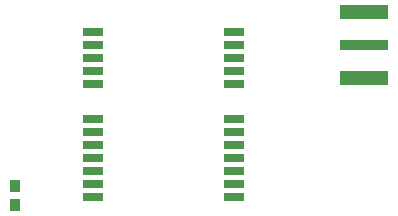
<source format=gbr>
G04 EAGLE Gerber RS-274X export*
G75*
%MOMM*%
%FSLAX34Y34*%
%LPD*%
%INSolderpaste Top*%
%IPPOS*%
%AMOC8*
5,1,8,0,0,1.08239X$1,22.5*%
G01*
%ADD10R,4.100000X1.250000*%
%ADD11R,4.100000X0.900000*%
%ADD12R,1.800000X0.800000*%
%ADD13R,0.900000X1.050000*%


D10*
X427990Y166560D03*
D11*
X427990Y194310D03*
D10*
X427990Y222060D03*
D12*
X198000Y205700D03*
X198000Y194700D03*
X198000Y183700D03*
X198000Y172700D03*
X198000Y161700D03*
X198000Y131700D03*
X198000Y120700D03*
X198000Y109700D03*
X198000Y98700D03*
X198000Y87700D03*
X198000Y76700D03*
X198000Y65700D03*
X318000Y205700D03*
X318000Y194700D03*
X318000Y183700D03*
X318000Y172700D03*
X318000Y161700D03*
X318000Y131700D03*
X318000Y120700D03*
X318000Y109700D03*
X318000Y98700D03*
X318000Y87700D03*
X318000Y76700D03*
X318000Y65700D03*
D13*
X132080Y75310D03*
X132080Y59310D03*
M02*

</source>
